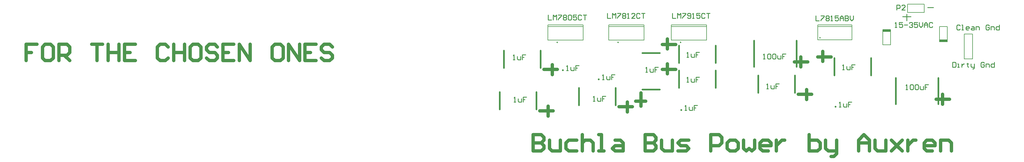
<source format=gto>
G04 Layer_Color=65535*
%FSLAX25Y25*%
%MOIN*%
G70*
G01*
G75*
%ADD27C,0.00984*%
%ADD28C,0.01969*%
%ADD29C,0.04000*%
%ADD30C,0.00787*%
%ADD31C,0.01000*%
%ADD32C,0.03937*%
%ADD33R,0.09291X0.02622*%
D27*
X935492Y400157D02*
G03*
X935492Y400157I-492J0D01*
G01*
X1010492D02*
G03*
X1010492Y400157I-492J0D01*
G01*
X862492D02*
G03*
X862492Y400157I-492J0D01*
G01*
X1177579Y405669D02*
G03*
X1177579Y405669I-492J0D01*
G01*
D28*
X1268000Y325500D02*
Y357000D01*
X1319000Y325500D02*
Y357000D01*
X888000Y324000D02*
Y345000D01*
X932000Y324000D02*
Y345000D01*
X793000Y319000D02*
Y340000D01*
X837000Y319000D02*
Y340000D01*
X964000Y387000D02*
X985000D01*
X964000Y343000D02*
X985000D01*
X1052000Y375000D02*
Y396000D01*
X1008000Y375000D02*
Y396000D01*
X1052000Y345000D02*
Y366000D01*
X1008000Y345000D02*
Y366000D01*
X1238496Y360000D02*
Y381000D01*
X1194496Y360000D02*
Y381000D01*
X1103000Y339000D02*
Y360000D01*
X1147000Y339000D02*
Y360000D01*
X1098000Y370500D02*
Y402000D01*
X1149000Y370500D02*
Y402000D01*
X798000Y369000D02*
Y390000D01*
X842000Y369000D02*
Y390000D01*
D29*
X1316500Y331500D02*
X1332500D01*
X1324000Y325500D02*
Y337500D01*
X946000Y316000D02*
Y328000D01*
X936000Y322500D02*
X952000D01*
X851000Y311000D02*
Y323000D01*
X841000Y317500D02*
X857000D01*
X956000Y329000D02*
X968000D01*
X962500Y323000D02*
Y339000D01*
X994000Y392000D02*
Y404000D01*
X988000Y397500D02*
X1004000D01*
X994000Y362000D02*
Y374000D01*
X988000Y367500D02*
X1004000D01*
X1180496Y377000D02*
Y389000D01*
X1174496Y382500D02*
X1190496D01*
X1161000Y331000D02*
Y343000D01*
X1151000Y337500D02*
X1167000D01*
X1146500Y376500D02*
X1162500D01*
X1154000Y370500D02*
Y382500D01*
X856000Y361000D02*
Y373000D01*
X846000Y367500D02*
X862000D01*
D30*
X923937Y402716D02*
Y421220D01*
Y402716D02*
X966063D01*
X923937Y419252D02*
X966063D01*
X923937Y421220D02*
X966063D01*
Y402716D02*
Y421220D01*
X998937Y402716D02*
Y421220D01*
Y402716D02*
X1041063D01*
X998937Y419252D02*
X1041063D01*
X998937Y421220D02*
X1041063D01*
Y402716D02*
Y421220D01*
X1320354Y400876D02*
Y419124D01*
Y400876D02*
X1329646D01*
X1320354Y419124D02*
X1329646D01*
Y400876D02*
Y419124D01*
X1252354Y397159D02*
Y415408D01*
Y397159D02*
X1261646D01*
X1252354Y415408D02*
X1261646D01*
Y397159D02*
Y415408D01*
X1282000Y436283D02*
Y446283D01*
X1302000D01*
X1282000Y436283D02*
X1302000D01*
Y446283D01*
X1350000Y380000D02*
X1360000D01*
X1350000D02*
Y410000D01*
X1360000D01*
Y380000D02*
Y410000D01*
X850937Y402716D02*
Y421220D01*
Y402716D02*
X893063D01*
X850937Y419252D02*
X893063D01*
X850937Y421220D02*
X893063D01*
Y402716D02*
Y421220D01*
X1174527Y403110D02*
Y421220D01*
X1174528Y403110D02*
X1215472D01*
X1174528Y419252D02*
X1215472D01*
X1174528Y421220D02*
X1215472D01*
Y403110D02*
Y421220D01*
D31*
X1276000Y431000D02*
X1286000D01*
X1281000Y426000D02*
Y434000D01*
X1306000Y442000D02*
X1313000D01*
X1269000Y439000D02*
Y444998D01*
X1271999D01*
X1272999Y443998D01*
Y441999D01*
X1271999Y440999D01*
X1269000D01*
X1278997Y439000D02*
X1274998D01*
X1278997Y442999D01*
Y443998D01*
X1277997Y444998D01*
X1275998D01*
X1274998Y443998D01*
X1172000Y431998D02*
Y426000D01*
X1175999D01*
X1177998Y431998D02*
X1181997D01*
Y430998D01*
X1177998Y427000D01*
Y426000D01*
X1183996Y430998D02*
X1184996Y431998D01*
X1186995D01*
X1187995Y430998D01*
Y429999D01*
X1186995Y428999D01*
X1187995Y427999D01*
Y427000D01*
X1186995Y426000D01*
X1184996D01*
X1183996Y427000D01*
Y427999D01*
X1184996Y428999D01*
X1183996Y429999D01*
Y430998D01*
X1184996Y428999D02*
X1186995D01*
X1189994Y426000D02*
X1191994D01*
X1190994D01*
Y431998D01*
X1189994Y430998D01*
X1198991Y431998D02*
X1194993D01*
Y428999D01*
X1196992Y429999D01*
X1197992D01*
X1198991Y428999D01*
Y427000D01*
X1197992Y426000D01*
X1195992D01*
X1194993Y427000D01*
X1200991Y426000D02*
Y429999D01*
X1202990Y431998D01*
X1204989Y429999D01*
Y426000D01*
Y428999D01*
X1200991D01*
X1206989Y431998D02*
Y426000D01*
X1209988D01*
X1210987Y427000D01*
Y427999D01*
X1209988Y428999D01*
X1206989D01*
X1209988D01*
X1210987Y429999D01*
Y430998D01*
X1209988Y431998D01*
X1206989D01*
X1212987D02*
Y427999D01*
X1214986Y426000D01*
X1216985Y427999D01*
Y431998D01*
X1000000Y434998D02*
Y429000D01*
X1003999D01*
X1005998D02*
Y434998D01*
X1007997Y432999D01*
X1009997Y434998D01*
Y429000D01*
X1011996Y434998D02*
X1015995D01*
Y433998D01*
X1011996Y430000D01*
Y429000D01*
X1017994Y430000D02*
X1018994Y429000D01*
X1020993D01*
X1021993Y430000D01*
Y433998D01*
X1020993Y434998D01*
X1018994D01*
X1017994Y433998D01*
Y432999D01*
X1018994Y431999D01*
X1021993D01*
X1023992Y429000D02*
X1025992D01*
X1024992D01*
Y434998D01*
X1023992Y433998D01*
X1032989Y434998D02*
X1028991D01*
Y431999D01*
X1030990Y432999D01*
X1031990D01*
X1032989Y431999D01*
Y430000D01*
X1031990Y429000D01*
X1029990D01*
X1028991Y430000D01*
X1038987Y433998D02*
X1037988Y434998D01*
X1035988D01*
X1034989Y433998D01*
Y430000D01*
X1035988Y429000D01*
X1037988D01*
X1038987Y430000D01*
X1040987Y434998D02*
X1044985D01*
X1042986D01*
Y429000D01*
X922000Y434998D02*
Y429000D01*
X925999D01*
X927998D02*
Y434998D01*
X929997Y432999D01*
X931997Y434998D01*
Y429000D01*
X933996Y434998D02*
X937995D01*
Y433998D01*
X933996Y430000D01*
Y429000D01*
X939994Y433998D02*
X940994Y434998D01*
X942993D01*
X943993Y433998D01*
Y432999D01*
X942993Y431999D01*
X943993Y430999D01*
Y430000D01*
X942993Y429000D01*
X940994D01*
X939994Y430000D01*
Y430999D01*
X940994Y431999D01*
X939994Y432999D01*
Y433998D01*
X940994Y431999D02*
X942993D01*
X945992Y429000D02*
X947992D01*
X946992D01*
Y434998D01*
X945992Y433998D01*
X954989Y429000D02*
X950991D01*
X954989Y432999D01*
Y433998D01*
X953990Y434998D01*
X951990D01*
X950991Y433998D01*
X960987D02*
X959988Y434998D01*
X957988D01*
X956989Y433998D01*
Y430000D01*
X957988Y429000D01*
X959988D01*
X960987Y430000D01*
X962987Y434998D02*
X966985D01*
X964986D01*
Y429000D01*
X851000Y432998D02*
Y427000D01*
X854999D01*
X856998D02*
Y432998D01*
X858997Y430999D01*
X860997Y432998D01*
Y427000D01*
X862996Y432998D02*
X866995D01*
Y431998D01*
X862996Y428000D01*
Y427000D01*
X868994Y431998D02*
X869994Y432998D01*
X871993D01*
X872993Y431998D01*
Y430999D01*
X871993Y429999D01*
X872993Y428999D01*
Y428000D01*
X871993Y427000D01*
X869994D01*
X868994Y428000D01*
Y428999D01*
X869994Y429999D01*
X868994Y430999D01*
Y431998D01*
X869994Y429999D02*
X871993D01*
X874992Y431998D02*
X875992Y432998D01*
X877991D01*
X878991Y431998D01*
Y428000D01*
X877991Y427000D01*
X875992D01*
X874992Y428000D01*
Y431998D01*
X884989Y432998D02*
X880990D01*
Y429999D01*
X882990Y430999D01*
X883989D01*
X884989Y429999D01*
Y428000D01*
X883989Y427000D01*
X881990D01*
X880990Y428000D01*
X890987Y431998D02*
X889987Y432998D01*
X887988D01*
X886988Y431998D01*
Y428000D01*
X887988Y427000D01*
X889987D01*
X890987Y428000D01*
X892986Y432998D02*
X896985D01*
X894986D01*
Y427000D01*
X1280000Y343000D02*
X1281999D01*
X1281000D01*
Y348998D01*
X1280000Y347998D01*
X1284998D02*
X1285998Y348998D01*
X1287997D01*
X1288997Y347998D01*
Y344000D01*
X1287997Y343000D01*
X1285998D01*
X1284998Y344000D01*
Y347998D01*
X1290996D02*
X1291996Y348998D01*
X1293995D01*
X1294995Y347998D01*
Y344000D01*
X1293995Y343000D01*
X1291996D01*
X1290996Y344000D01*
Y347998D01*
X1296994Y346999D02*
Y344000D01*
X1297994Y343000D01*
X1300993D01*
Y346999D01*
X1306991Y348998D02*
X1302993D01*
Y345999D01*
X1304992D01*
X1302993D01*
Y343000D01*
X905000Y329000D02*
X906999D01*
X906000D01*
Y334998D01*
X905000Y333998D01*
X909998Y332999D02*
Y330000D01*
X910998Y329000D01*
X913997D01*
Y332999D01*
X919995Y334998D02*
X915996D01*
Y331999D01*
X917996D01*
X915996D01*
Y329000D01*
X810000Y328000D02*
X811999D01*
X811000D01*
Y333998D01*
X810000Y332998D01*
X814998Y331999D02*
Y329000D01*
X815998Y328000D01*
X818997D01*
Y331999D01*
X824995Y333998D02*
X820996D01*
Y330999D01*
X822996D01*
X820996D01*
Y328000D01*
X968000Y364000D02*
X969999D01*
X969000D01*
Y369998D01*
X968000Y368998D01*
X972998Y367999D02*
Y365000D01*
X973998Y364000D01*
X976997D01*
Y367999D01*
X982995Y369998D02*
X978996D01*
Y366999D01*
X980996D01*
X978996D01*
Y364000D01*
X1017500Y382000D02*
X1019499D01*
X1018500D01*
Y387998D01*
X1017500Y386998D01*
X1022498Y385999D02*
Y383000D01*
X1023498Y382000D01*
X1026497D01*
Y385999D01*
X1032495Y387998D02*
X1028496D01*
Y384999D01*
X1030496D01*
X1028496D01*
Y382000D01*
X1017500Y352000D02*
X1019499D01*
X1018500D01*
Y357998D01*
X1017500Y356998D01*
X1022498Y355999D02*
Y353000D01*
X1023498Y352000D01*
X1026497D01*
Y355999D01*
X1032495Y357998D02*
X1028496D01*
Y354999D01*
X1030496D01*
X1028496D01*
Y352000D01*
X1203996Y367000D02*
X1205995D01*
X1204996D01*
Y372998D01*
X1203996Y371998D01*
X1208994Y370999D02*
Y368000D01*
X1209994Y367000D01*
X1212993D01*
Y370999D01*
X1218991Y372998D02*
X1214993D01*
Y369999D01*
X1216992D01*
X1214993D01*
Y367000D01*
X1113000Y344000D02*
X1114999D01*
X1114000D01*
Y349998D01*
X1113000Y348998D01*
X1117998Y347999D02*
Y345000D01*
X1118998Y344000D01*
X1121997D01*
Y347999D01*
X1127995Y349998D02*
X1123996D01*
Y346999D01*
X1125996D01*
X1123996D01*
Y344000D01*
X868000Y366000D02*
Y367000D01*
X869000D01*
Y366000D01*
X868000D01*
X872998D02*
X874998D01*
X873998D01*
Y371998D01*
X872998Y370998D01*
X877997Y369999D02*
Y367000D01*
X878996Y366000D01*
X881995D01*
Y369999D01*
X887994Y371998D02*
X883995D01*
Y368999D01*
X885994D01*
X883995D01*
Y366000D01*
X1010000Y318000D02*
Y319000D01*
X1011000D01*
Y318000D01*
X1010000D01*
X1014998D02*
X1016998D01*
X1015998D01*
Y323998D01*
X1014998Y322998D01*
X1019997Y321999D02*
Y319000D01*
X1020996Y318000D01*
X1023995D01*
Y321999D01*
X1029994Y323998D02*
X1025995D01*
Y320999D01*
X1027994D01*
X1025995D01*
Y318000D01*
X1195000Y322000D02*
Y323000D01*
X1196000D01*
Y322000D01*
X1195000D01*
X1199998D02*
X1201998D01*
X1200998D01*
Y327998D01*
X1199998Y326998D01*
X1204997Y325999D02*
Y323000D01*
X1205996Y322000D01*
X1208996D01*
Y325999D01*
X1214993Y327998D02*
X1210995D01*
Y324999D01*
X1212994D01*
X1210995D01*
Y322000D01*
X911000Y355000D02*
Y356000D01*
X912000D01*
Y355000D01*
X911000D01*
X915998D02*
X917998D01*
X916998D01*
Y360998D01*
X915998Y359998D01*
X920997Y358999D02*
Y356000D01*
X921996Y355000D01*
X924996D01*
Y358999D01*
X930993Y360998D02*
X926995D01*
Y357999D01*
X928994D01*
X926995D01*
Y355000D01*
X1109000Y380000D02*
X1110999D01*
X1110000D01*
Y385998D01*
X1109000Y384998D01*
X1113998D02*
X1114998Y385998D01*
X1116997D01*
X1117997Y384998D01*
Y381000D01*
X1116997Y380000D01*
X1114998D01*
X1113998Y381000D01*
Y384998D01*
X1119996D02*
X1120996Y385998D01*
X1122995D01*
X1123995Y384998D01*
Y381000D01*
X1122995Y380000D01*
X1120996D01*
X1119996Y381000D01*
Y384998D01*
X1125994Y383999D02*
Y381000D01*
X1126994Y380000D01*
X1129993D01*
Y383999D01*
X1135991Y385998D02*
X1131993D01*
Y382999D01*
X1133992D01*
X1131993D01*
Y380000D01*
X809000Y379000D02*
X810999D01*
X810000D01*
Y384998D01*
X809000Y383998D01*
X813998Y382999D02*
Y380000D01*
X814998Y379000D01*
X817997D01*
Y382999D01*
X823995Y384998D02*
X819996D01*
Y381999D01*
X821996D01*
X819996D01*
Y379000D01*
X1267000Y418000D02*
X1268999D01*
X1268000D01*
Y423998D01*
X1267000Y422998D01*
X1275997Y423998D02*
X1271998D01*
Y420999D01*
X1273998Y421999D01*
X1274997D01*
X1275997Y420999D01*
Y419000D01*
X1274997Y418000D01*
X1272998D01*
X1271998Y419000D01*
X1277996Y420999D02*
X1281995D01*
X1283994Y422998D02*
X1284994Y423998D01*
X1286994D01*
X1287993Y422998D01*
Y421999D01*
X1286994Y420999D01*
X1285994D01*
X1286994D01*
X1287993Y419999D01*
Y419000D01*
X1286994Y418000D01*
X1284994D01*
X1283994Y419000D01*
X1293991Y423998D02*
X1289993D01*
Y420999D01*
X1291992Y421999D01*
X1292992D01*
X1293991Y420999D01*
Y419000D01*
X1292992Y418000D01*
X1290992D01*
X1289993Y419000D01*
X1295991Y423998D02*
Y419999D01*
X1297990Y418000D01*
X1299989Y419999D01*
Y423998D01*
X1301989Y418000D02*
Y421999D01*
X1303988Y423998D01*
X1305987Y421999D01*
Y418000D01*
Y420999D01*
X1301989D01*
X1311985Y422998D02*
X1310986Y423998D01*
X1308986D01*
X1307987Y422998D01*
Y419000D01*
X1308986Y418000D01*
X1310986D01*
X1311985Y419000D01*
X1344999Y419998D02*
X1343999Y420998D01*
X1342000D01*
X1341000Y419998D01*
Y416000D01*
X1342000Y415000D01*
X1343999D01*
X1344999Y416000D01*
X1346998Y415000D02*
X1348997D01*
X1347998D01*
Y420998D01*
X1346998D01*
X1354996Y415000D02*
X1352996D01*
X1351996Y416000D01*
Y417999D01*
X1352996Y418999D01*
X1354996D01*
X1355995Y417999D01*
Y416999D01*
X1351996D01*
X1358994Y418999D02*
X1360993D01*
X1361993Y417999D01*
Y415000D01*
X1358994D01*
X1357994Y416000D01*
X1358994Y416999D01*
X1361993D01*
X1363993Y415000D02*
Y418999D01*
X1366992D01*
X1367991Y417999D01*
Y415000D01*
X1379987Y419998D02*
X1378988Y420998D01*
X1376988D01*
X1375989Y419998D01*
Y416000D01*
X1376988Y415000D01*
X1378988D01*
X1379987Y416000D01*
Y417999D01*
X1377988D01*
X1381987Y415000D02*
Y418999D01*
X1384986D01*
X1385985Y417999D01*
Y415000D01*
X1391984Y420998D02*
Y415000D01*
X1388984D01*
X1387985Y416000D01*
Y417999D01*
X1388984Y418999D01*
X1391984D01*
X1336000Y375998D02*
Y370000D01*
X1338999D01*
X1339999Y371000D01*
Y374998D01*
X1338999Y375998D01*
X1336000D01*
X1341998Y370000D02*
X1343997D01*
X1342998D01*
Y373999D01*
X1341998D01*
X1346996D02*
Y370000D01*
Y371999D01*
X1347996Y372999D01*
X1348996Y373999D01*
X1349996D01*
X1353994Y374998D02*
Y373999D01*
X1352995D01*
X1354994D01*
X1353994D01*
Y371000D01*
X1354994Y370000D01*
X1357993Y373999D02*
Y371000D01*
X1358993Y370000D01*
X1361992D01*
Y369000D01*
X1360992Y368001D01*
X1359992D01*
X1361992Y370000D02*
Y373999D01*
X1373988Y374998D02*
X1372988Y375998D01*
X1370989D01*
X1369989Y374998D01*
Y371000D01*
X1370989Y370000D01*
X1372988D01*
X1373988Y371000D01*
Y372999D01*
X1371988D01*
X1375987Y370000D02*
Y373999D01*
X1378986D01*
X1379986Y372999D01*
Y370000D01*
X1385984Y375998D02*
Y370000D01*
X1382985D01*
X1381985Y371000D01*
Y372999D01*
X1382985Y373999D01*
X1385984D01*
D32*
X238119Y397679D02*
X225000D01*
Y387839D01*
X231560D01*
X225000D01*
Y378000D01*
X254518Y397679D02*
X247958D01*
X244679Y394399D01*
Y381280D01*
X247958Y378000D01*
X254518D01*
X257798Y381280D01*
Y394399D01*
X254518Y397679D01*
X264357Y378000D02*
Y397679D01*
X274197D01*
X277477Y394399D01*
Y387839D01*
X274197Y384560D01*
X264357D01*
X270917D02*
X277477Y378000D01*
X303715Y397679D02*
X316834D01*
X310274D01*
Y378000D01*
X323393Y397679D02*
Y378000D01*
Y387839D01*
X336512D01*
Y397679D01*
Y378000D01*
X356191Y397679D02*
X343072D01*
Y378000D01*
X356191D01*
X343072Y387839D02*
X349632D01*
X395549Y394399D02*
X392269Y397679D01*
X385709D01*
X382429Y394399D01*
Y381280D01*
X385709Y378000D01*
X392269D01*
X395549Y381280D01*
X402108Y397679D02*
Y378000D01*
Y387839D01*
X415227D01*
Y397679D01*
Y378000D01*
X431626Y397679D02*
X425067D01*
X421787Y394399D01*
Y381280D01*
X425067Y378000D01*
X431626D01*
X434906Y381280D01*
Y394399D01*
X431626Y397679D01*
X454585Y394399D02*
X451305Y397679D01*
X444745D01*
X441466Y394399D01*
Y391119D01*
X444745Y387839D01*
X451305D01*
X454585Y384560D01*
Y381280D01*
X451305Y378000D01*
X444745D01*
X441466Y381280D01*
X474263Y397679D02*
X461144D01*
Y378000D01*
X474263D01*
X461144Y387839D02*
X467704D01*
X480823Y378000D02*
Y397679D01*
X493942Y378000D01*
Y397679D01*
X530020D02*
X523460D01*
X520180Y394399D01*
Y381280D01*
X523460Y378000D01*
X530020D01*
X533299Y381280D01*
Y394399D01*
X530020Y397679D01*
X539859Y378000D02*
Y397679D01*
X552978Y378000D01*
Y397679D01*
X572657D02*
X559538D01*
Y378000D01*
X572657D01*
X559538Y387839D02*
X566097D01*
X592335Y394399D02*
X589056Y397679D01*
X582496D01*
X579216Y394399D01*
Y391119D01*
X582496Y387839D01*
X589056D01*
X592335Y384560D01*
Y381280D01*
X589056Y378000D01*
X582496D01*
X579216Y381280D01*
X833000Y288679D02*
Y269000D01*
X842839D01*
X846119Y272280D01*
Y275560D01*
X842839Y278839D01*
X833000D01*
X842839D01*
X846119Y282119D01*
Y285399D01*
X842839Y288679D01*
X833000D01*
X852679Y282119D02*
Y272280D01*
X855958Y269000D01*
X865798D01*
Y282119D01*
X885476D02*
X875637D01*
X872357Y278839D01*
Y272280D01*
X875637Y269000D01*
X885476D01*
X892036Y288679D02*
Y269000D01*
Y278839D01*
X895316Y282119D01*
X901875D01*
X905155Y278839D01*
Y269000D01*
X911715D02*
X918274D01*
X914995D01*
Y288679D01*
X911715D01*
X931393Y282119D02*
X937953D01*
X941233Y278839D01*
Y269000D01*
X931393D01*
X928114Y272280D01*
X931393Y275560D01*
X941233D01*
X967471Y288679D02*
Y269000D01*
X977310D01*
X980590Y272280D01*
Y275560D01*
X977310Y278839D01*
X967471D01*
X977310D01*
X980590Y282119D01*
Y285399D01*
X977310Y288679D01*
X967471D01*
X987150Y282119D02*
Y272280D01*
X990429Y269000D01*
X1000269D01*
Y282119D01*
X1006828Y269000D02*
X1016668D01*
X1019948Y272280D01*
X1016668Y275560D01*
X1010108D01*
X1006828Y278839D01*
X1010108Y282119D01*
X1019948D01*
X1046186Y269000D02*
Y288679D01*
X1056025D01*
X1059305Y285399D01*
Y278839D01*
X1056025Y275560D01*
X1046186D01*
X1069144Y269000D02*
X1075704D01*
X1078983Y272280D01*
Y278839D01*
X1075704Y282119D01*
X1069144D01*
X1065864Y278839D01*
Y272280D01*
X1069144Y269000D01*
X1085543Y282119D02*
Y272280D01*
X1088823Y269000D01*
X1092103Y272280D01*
X1095382Y269000D01*
X1098662Y272280D01*
Y282119D01*
X1115061Y269000D02*
X1108502D01*
X1105222Y272280D01*
Y278839D01*
X1108502Y282119D01*
X1115061D01*
X1118341Y278839D01*
Y275560D01*
X1105222D01*
X1124900Y282119D02*
Y269000D01*
Y275560D01*
X1128180Y278839D01*
X1131460Y282119D01*
X1134740D01*
X1164258Y288679D02*
Y269000D01*
X1174097D01*
X1177377Y272280D01*
Y275560D01*
Y278839D01*
X1174097Y282119D01*
X1164258D01*
X1183937D02*
Y272280D01*
X1187216Y269000D01*
X1197056D01*
Y265720D01*
X1193776Y262440D01*
X1190496D01*
X1197056Y269000D02*
Y282119D01*
X1223294Y269000D02*
Y282119D01*
X1229853Y288679D01*
X1236413Y282119D01*
Y269000D01*
Y278839D01*
X1223294D01*
X1242972Y282119D02*
Y272280D01*
X1246252Y269000D01*
X1256092D01*
Y282119D01*
X1262651D02*
X1275770Y269000D01*
X1269211Y275560D01*
X1275770Y282119D01*
X1262651Y269000D01*
X1282330Y282119D02*
Y269000D01*
Y275560D01*
X1285610Y278839D01*
X1288889Y282119D01*
X1292169D01*
X1311848Y269000D02*
X1305288D01*
X1302009Y272280D01*
Y278839D01*
X1305288Y282119D01*
X1311848D01*
X1315128Y278839D01*
Y275560D01*
X1302009D01*
X1321687Y269000D02*
Y282119D01*
X1331527D01*
X1334806Y278839D01*
Y269000D01*
D33*
X1325000Y402189D02*
D03*
X1257000Y414094D02*
D03*
M02*

</source>
